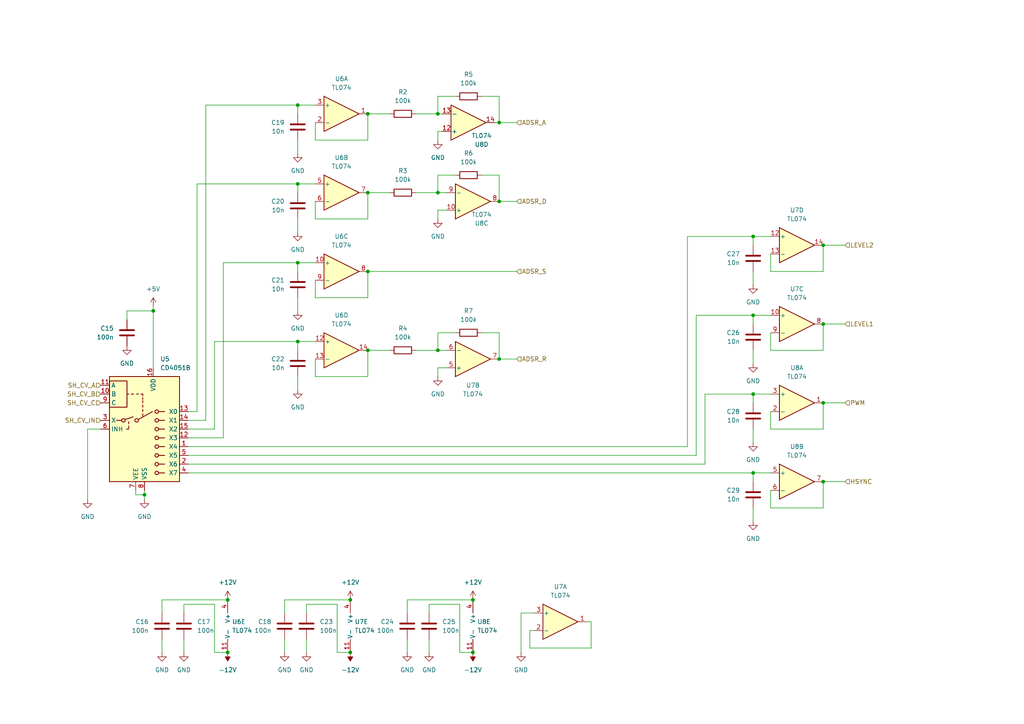
<source format=kicad_sch>
(kicad_sch (version 20230121) (generator eeschema)
  (paper "A4")
  (title_block (title "Polykit-X8 Mainboard") (date "2024-01-14") (rev "v0.0.2") (company "Jan Knipper") (comment 1 "github.com/polykit"))
  (lib_symbols
    (symbol "Amplifier_Operational:TL074" (pin_names (offset 0.127))
      (property "Reference" "U" (at 0 5.08 0))
      (property "Value" "TL074" (at 0 -5.08 0))
      (symbol "TL074_1_1"
        (polyline (pts (xy -5.08 5.08) (xy 5.08 0) (xy -5.08 -5.08) (xy -5.08 5.08)) (stroke (width 0.254)) (fill (type background)))
        (pin output line (at 7.62 0 180) (length 2.54) (name "~") (number "1"))
        (pin input line (at -7.62 -2.54 0) (length 2.54) (name "-") (number "2"))
        (pin input line (at -7.62 2.54 0) (length 2.54) (name "+") (number "3"))
      )
      (symbol "TL074_2_1"
        (polyline (pts (xy -5.08 5.08) (xy 5.08 0) (xy -5.08 -5.08) (xy -5.08 5.08)) (stroke (width 0.254)) (fill (type background)))
        (pin input line (at -7.62 2.54 0) (length 2.54) (name "+") (number "5"))
        (pin input line (at -7.62 -2.54 0) (length 2.54) (name "-") (number "6"))
        (pin output line (at 7.62 0 180) (length 2.54) (name "~") (number "7"))
      )
      (symbol "TL074_3_1"
        (polyline (pts (xy -5.08 5.08) (xy 5.08 0) (xy -5.08 -5.08) (xy -5.08 5.08)) (stroke (width 0.254)) (fill (type background)))
        (pin input line (at -7.62 2.54 0) (length 2.54) (name "+") (number "10"))
        (pin output line (at 7.62 0 180) (length 2.54) (name "~") (number "8"))
        (pin input line (at -7.62 -2.54 0) (length 2.54) (name "-") (number "9"))
      )
      (symbol "TL074_4_1"
        (polyline (pts (xy -5.08 5.08) (xy 5.08 0) (xy -5.08 -5.08) (xy -5.08 5.08)) (stroke (width 0.254)) (fill (type background)))
        (pin input line (at -7.62 2.54 0) (length 2.54) (name "+") (number "12"))
        (pin input line (at -7.62 -2.54 0) (length 2.54) (name "-") (number "13"))
        (pin output line (at 7.62 0 180) (length 2.54) (name "~") (number "14"))
      )
      (symbol "TL074_5_1"
        (pin power_in line (at -2.54 -7.62 90) (length 3.81) (name "V-") (number "11"))
        (pin power_in line (at -2.54 7.62 270) (length 3.81) (name "V+") (number "4"))
      )
    )
    (symbol "Analog_Switch:CD4051B"
      (property "Reference" "U" (at -10.16 16.51 0))
      (property "Value" "CD4051B" (at 3.81 16.51 0))
      (symbol "CD4051B_0_1"
        (rectangle (start -10.16 6.35) (end -5.08 13.97) (stroke (width 0.254)))
        (rectangle (start -10.16 15.24) (end 10.16 -15.24) (stroke (width 0.254)) (fill (type background)))
        (circle (center -6.096 2.54) (radius 0.508) (stroke (width 0.254)))
        (circle (center -2.286 2.54) (radius 0.508) (stroke (width 0.254)))
        (polyline (pts (xy -8.128 2.54) (xy -6.604 2.54)) (stroke (width 0.254)))
        (polyline (pts (xy -5.588 2.794) (xy -3.302 3.556)) (stroke (width 0.254)))
        (polyline (pts (xy -4.572 0) (xy -5.207 0)) (stroke (width 0.254)))
        (polyline (pts (xy -4.572 0.254) (xy -4.572 0.889)) (stroke (width 0.254)))
        (polyline (pts (xy -4.572 1.524) (xy -4.572 2.159)) (stroke (width 0.254)))
        (polyline (pts (xy -4.572 10.16) (xy -5.08 10.16)) (stroke (width 0.254)))
        (polyline (pts (xy -3.81 10.16) (xy -3.175 10.16)) (stroke (width 0.254)))
        (polyline (pts (xy -1.778 2.794) (xy 2.286 5.08)) (stroke (width 0.254)))
        (polyline (pts (xy -1.778 10.16) (xy -2.286 10.16)) (stroke (width 0.254)))
        (polyline (pts (xy -0.508 3.81) (xy -0.508 4.445)) (stroke (width 0.254)))
        (polyline (pts (xy -0.508 5.08) (xy -0.508 5.715)) (stroke (width 0.254)))
        (polyline (pts (xy -0.508 6.35) (xy -0.508 6.985)) (stroke (width 0.254)))
        (polyline (pts (xy -0.508 7.62) (xy -0.508 8.255)) (stroke (width 0.254)))
        (polyline (pts (xy -0.508 8.636) (xy -0.508 9.144)) (stroke (width 0.254)))
        (polyline (pts (xy -0.508 9.652) (xy -0.508 10.16)) (stroke (width 0.254)))
        (polyline (pts (xy -0.508 10.16) (xy -1.016 10.16)) (stroke (width 0.254)))
        (polyline (pts (xy 4.064 -12.7) (xy 5.842 -12.7)) (stroke (width 0.254)))
        (polyline (pts (xy 4.064 -10.16) (xy 5.842 -10.16)) (stroke (width 0.254)))
        (polyline (pts (xy 4.064 -7.62) (xy 5.842 -7.62)) (stroke (width 0.254)))
        (polyline (pts (xy 4.064 -5.08) (xy 5.842 -5.08)) (stroke (width 0.254)))
        (polyline (pts (xy 4.064 -2.54) (xy 5.842 -2.54)) (stroke (width 0.254)))
        (polyline (pts (xy 4.064 0) (xy 5.842 0)) (stroke (width 0.254)))
        (polyline (pts (xy 4.064 2.54) (xy 5.842 2.54)) (stroke (width 0.254)))
        (polyline (pts (xy 4.064 5.08) (xy 5.842 5.08)) (stroke (width 0.254)))
        (circle (center 3.556 -12.7) (radius 0.508) (stroke (width 0.254)))
        (circle (center 3.556 -10.16) (radius 0.508) (stroke (width 0.254)))
        (circle (center 3.556 -7.62) (radius 0.508) (stroke (width 0.254)))
        (circle (center 3.556 -5.08) (radius 0.508) (stroke (width 0.254)))
        (circle (center 3.556 -2.54) (radius 0.508) (stroke (width 0.254)))
        (circle (center 3.556 0) (radius 0.508) (stroke (width 0.254)))
        (circle (center 3.556 2.54) (radius 0.508) (stroke (width 0.254)))
        (circle (center 3.556 5.08) (radius 0.508) (stroke (width 0.254)))
      )
      (symbol "CD4051B_1_1"
        (pin bidirectional line (at 12.7 -5.08 180) (length 2.54) (name "X4") (number "1"))
        (pin input line (at -12.7 10.16 0) (length 2.54) (name "B") (number "10"))
        (pin input line (at -12.7 12.7 0) (length 2.54) (name "A") (number "11"))
        (pin bidirectional line (at 12.7 -2.54 180) (length 2.54) (name "X3") (number "12"))
        (pin bidirectional line (at 12.7 5.08 180) (length 2.54) (name "X0") (number "13"))
        (pin bidirectional line (at 12.7 2.54 180) (length 2.54) (name "X1") (number "14"))
        (pin bidirectional line (at 12.7 0 180) (length 2.54) (name "X2") (number "15"))
        (pin power_in line (at 2.54 17.78 270) (length 2.54) (name "VDD") (number "16"))
        (pin bidirectional line (at 12.7 -10.16 180) (length 2.54) (name "X6") (number "2"))
        (pin bidirectional line (at -12.7 2.54 0) (length 2.54) (name "X") (number "3"))
        (pin bidirectional line (at 12.7 -12.7 180) (length 2.54) (name "X7") (number "4"))
        (pin bidirectional line (at 12.7 -7.62 180) (length 2.54) (name "X5") (number "5"))
        (pin input line (at -12.7 0 0) (length 2.54) (name "INH") (number "6"))
        (pin power_in line (at -2.54 -17.78 90) (length 2.54) (name "VEE") (number "7"))
        (pin power_in line (at 0 -17.78 90) (length 2.54) (name "VSS") (number "8"))
        (pin input line (at -12.7 7.62 0) (length 2.54) (name "C") (number "9"))
      )
    )
    (symbol "Device:C" (pin_numbers hide) (pin_names (offset 0.254))
      (property "Reference" "C" (at 0.635 2.54 0))
      (property "Value" "C" (at 0.635 -2.54 0))
      (symbol "C_0_1"
        (polyline (pts (xy -2.032 -0.762) (xy 2.032 -0.762)) (stroke (width 0.508)))
        (polyline (pts (xy -2.032 0.762) (xy 2.032 0.762)) (stroke (width 0.508)))
      )
      (symbol "C_1_1"
        (pin passive line (at 0 3.81 270) (length 2.794) (name "~") (number "1"))
        (pin passive line (at 0 -3.81 90) (length 2.794) (name "~") (number "2"))
      )
    )
    (symbol "Device:R" (pin_numbers hide) (pin_names (offset 0))
      (property "Reference" "R" (at 2.032 0 90))
      (property "Value" "R" (at 0 0 90))
      (symbol "R_0_1"
        (rectangle (start -1.016 -2.54) (end 1.016 2.54) (stroke (width 0.254)))
      )
      (symbol "R_1_1"
        (pin passive line (at 0 3.81 270) (length 1.27) (name "~") (number "1"))
        (pin passive line (at 0 -3.81 90) (length 1.27) (name "~") (number "2"))
      )
    )
    (symbol "power:+12V" (power) (pin_names (offset 0))
      (property "Value" "+12V" (at 0 3.556 0))
      (symbol "+12V_0_1"
        (polyline (pts (xy -0.762 1.27) (xy 0 2.54)))
        (polyline (pts (xy 0 0) (xy 0 2.54)))
        (polyline (pts (xy 0 2.54) (xy 0.762 1.27)))
      )
      (symbol "+12V_1_1"
        (pin power_in line (at 0 0 90) (length 0) hide (name "+12V") (number "1"))
      )
    )
    (symbol "power:+5V" (power) (pin_names (offset 0))
      (property "Value" "+5V" (at 0 3.556 0))
      (symbol "+5V_0_1"
        (polyline (pts (xy -0.762 1.27) (xy 0 2.54)))
        (polyline (pts (xy 0 0) (xy 0 2.54)))
        (polyline (pts (xy 0 2.54) (xy 0.762 1.27)))
      )
      (symbol "+5V_1_1"
        (pin power_in line (at 0 0 90) (length 0) hide (name "+5V") (number "1"))
      )
    )
    (symbol "power:-12V" (power) (pin_names (offset 0))
      (property "Value" "-12V" (at 0 3.81 0))
      (symbol "-12V_0_0"
        (pin power_in line (at 0 0 90) (length 0) hide (name "-12V") (number "1"))
      )
      (symbol "-12V_0_1"
        (polyline (pts (xy 0 0) (xy 0 1.27) (xy 0.762 1.27) (xy 0 2.54) (xy -0.762 1.27) (xy 0 1.27)) (fill (type outline)))
      )
    )
    (symbol "power:GND" (power) (pin_names (offset 0))
      (property "Value" "GND" (at 0 -3.81 0))
      (symbol "GND_0_1"
        (polyline (pts (xy 0 0) (xy 0 -1.27) (xy 1.27 -1.27) (xy 0 -2.54) (xy -1.27 -1.27) (xy 0 -1.27)))
      )
      (symbol "GND_1_1"
        (pin power_in line (at 0 0 270) (length 0) hide (name "GND") (number "1"))
      )
    )
  )
  (junction (at 144.78 58.42))
  (junction (at 238.76 93.98))
  (junction (at 106.68 55.88))
  (junction (at 238.76 139.7))
  (junction (at 44.45 90.17))
  (junction (at 101.6 173.99))
  (junction (at 41.91 143.51))
  (junction (at 137.16 189.23))
  (junction (at 66.04 173.99))
  (junction (at 218.44 137.16))
  (junction (at 101.6 189.23))
  (junction (at 86.36 53.34))
  (junction (at 106.68 78.74))
  (junction (at 144.78 104.14))
  (junction (at 127 33.02))
  (junction (at 218.44 114.3))
  (junction (at 86.36 99.06))
  (junction (at 218.44 68.58))
  (junction (at 106.68 101.6))
  (junction (at 238.76 71.12))
  (junction (at 86.36 76.2))
  (junction (at 238.76 116.84))
  (junction (at 137.16 173.99))
  (junction (at 106.68 33.02))
  (junction (at 127 55.88))
  (junction (at 144.78 35.56))
  (junction (at 86.36 30.48))
  (junction (at 218.44 91.44))
  (junction (at 127 101.6))
  (junction (at 66.04 189.23))
  (wire (pts (xy 86.36 86.36) (xy 86.36 90.17)))
  (wire (pts (xy 129.54 60.96) (xy 127 60.96)))
  (wire (pts (xy 54.61 124.46) (xy 62.23 124.46)))
  (wire (pts (xy 139.7 96.52) (xy 144.78 96.52)))
  (wire (pts (xy 133.35 189.23) (xy 133.35 175.26)))
  (wire (pts (xy 127 50.8) (xy 132.08 50.8)))
  (wire (pts (xy 223.52 78.74) (xy 238.76 78.74)))
  (wire (pts (xy 59.69 30.48) (xy 59.69 121.92)))
  (wire (pts (xy 64.77 76.2) (xy 86.36 76.2)))
  (wire (pts (xy 39.37 142.24) (xy 39.37 143.51)))
  (wire (pts (xy 201.93 132.08) (xy 201.93 91.44)))
  (wire (pts (xy 82.55 185.42) (xy 82.55 189.23)))
  (wire (pts (xy 153.67 182.88) (xy 154.94 182.88)))
  (wire (pts (xy 144.78 35.56) (xy 149.86 35.56)))
  (wire (pts (xy 133.35 189.23) (xy 137.16 189.23)))
  (wire (pts (xy 106.68 101.6) (xy 113.03 101.6)))
  (wire (pts (xy 127 60.96) (xy 127 63.5)))
  (wire (pts (xy 124.46 175.26) (xy 124.46 177.8)))
  (wire (pts (xy 218.44 114.3) (xy 218.44 116.84)))
  (wire (pts (xy 66.04 173.99) (xy 46.99 173.99)))
  (wire (pts (xy 128.27 38.1) (xy 127 38.1)))
  (wire (pts (xy 118.11 173.99) (xy 118.11 177.8)))
  (wire (pts (xy 238.76 101.6) (xy 238.76 93.98)))
  (wire (pts (xy 53.34 185.42) (xy 53.34 189.23)))
  (wire (pts (xy 91.44 30.48) (xy 86.36 30.48)))
  (wire (pts (xy 91.44 76.2) (xy 86.36 76.2)))
  (wire (pts (xy 88.9 185.42) (xy 88.9 189.23)))
  (wire (pts (xy 204.47 134.62) (xy 204.47 114.3)))
  (wire (pts (xy 106.68 63.5) (xy 106.68 55.88)))
  (wire (pts (xy 62.23 189.23) (xy 62.23 175.26)))
  (wire (pts (xy 57.15 119.38) (xy 54.61 119.38)))
  (wire (pts (xy 101.6 173.99) (xy 82.55 173.99)))
  (wire (pts (xy 218.44 101.6) (xy 218.44 105.41)))
  (wire (pts (xy 41.91 144.78) (xy 41.91 143.51)))
  (wire (pts (xy 127 27.94) (xy 127 33.02)))
  (wire (pts (xy 199.39 68.58) (xy 218.44 68.58)))
  (wire (pts (xy 91.44 86.36) (xy 106.68 86.36)))
  (wire (pts (xy 86.36 63.5) (xy 86.36 67.31)))
  (wire (pts (xy 223.52 137.16) (xy 218.44 137.16)))
  (wire (pts (xy 199.39 68.58) (xy 199.39 129.54)))
  (wire (pts (xy 53.34 175.26) (xy 62.23 175.26)))
  (wire (pts (xy 97.79 189.23) (xy 97.79 175.26)))
  (wire (pts (xy 91.44 99.06) (xy 86.36 99.06)))
  (wire (pts (xy 129.54 106.68) (xy 127 106.68)))
  (wire (pts (xy 86.36 40.64) (xy 86.36 44.45)))
  (wire (pts (xy 91.44 58.42) (xy 91.44 63.5)))
  (wire (pts (xy 97.79 189.23) (xy 101.6 189.23)))
  (wire (pts (xy 62.23 99.06) (xy 86.36 99.06)))
  (wire (pts (xy 44.45 90.17) (xy 44.45 106.68)))
  (wire (pts (xy 120.65 55.88) (xy 127 55.88)))
  (wire (pts (xy 223.52 96.52) (xy 223.52 101.6)))
  (wire (pts (xy 151.13 177.8) (xy 151.13 189.23)))
  (wire (pts (xy 86.36 99.06) (xy 86.36 101.6)))
  (wire (pts (xy 144.78 35.56) (xy 143.51 35.56)))
  (wire (pts (xy 127 96.52) (xy 132.08 96.52)))
  (wire (pts (xy 91.44 109.22) (xy 106.68 109.22)))
  (wire (pts (xy 223.52 101.6) (xy 238.76 101.6)))
  (wire (pts (xy 223.52 114.3) (xy 218.44 114.3)))
  (wire (pts (xy 54.61 134.62) (xy 204.47 134.62)))
  (wire (pts (xy 223.52 91.44) (xy 218.44 91.44)))
  (wire (pts (xy 238.76 124.46) (xy 238.76 116.84)))
  (wire (pts (xy 238.76 139.7) (xy 245.11 139.7)))
  (wire (pts (xy 106.68 33.02) (xy 113.03 33.02)))
  (wire (pts (xy 36.83 90.17) (xy 36.83 92.71)))
  (wire (pts (xy 54.61 137.16) (xy 218.44 137.16)))
  (wire (pts (xy 44.45 90.17) (xy 36.83 90.17)))
  (wire (pts (xy 127 38.1) (xy 127 40.64)))
  (wire (pts (xy 91.44 104.14) (xy 91.44 109.22)))
  (wire (pts (xy 88.9 175.26) (xy 97.79 175.26)))
  (wire (pts (xy 91.44 81.28) (xy 91.44 86.36)))
  (wire (pts (xy 91.44 53.34) (xy 86.36 53.34)))
  (wire (pts (xy 127 96.52) (xy 127 101.6)))
  (wire (pts (xy 144.78 50.8) (xy 144.78 58.42)))
  (wire (pts (xy 86.36 30.48) (xy 86.36 33.02)))
  (wire (pts (xy 223.52 124.46) (xy 238.76 124.46)))
  (wire (pts (xy 106.68 55.88) (xy 113.03 55.88)))
  (wire (pts (xy 144.78 58.42) (xy 149.86 58.42)))
  (wire (pts (xy 139.7 27.94) (xy 144.78 27.94)))
  (wire (pts (xy 144.78 96.52) (xy 144.78 104.14)))
  (wire (pts (xy 106.68 109.22) (xy 106.68 101.6)))
  (wire (pts (xy 238.76 71.12) (xy 245.11 71.12)))
  (wire (pts (xy 57.15 119.38) (xy 57.15 53.34)))
  (wire (pts (xy 29.21 124.46) (xy 25.4 124.46)))
  (wire (pts (xy 144.78 104.14) (xy 149.86 104.14)))
  (wire (pts (xy 54.61 127) (xy 64.77 127)))
  (wire (pts (xy 91.44 40.64) (xy 106.68 40.64)))
  (wire (pts (xy 218.44 68.58) (xy 218.44 71.12)))
  (wire (pts (xy 91.44 63.5) (xy 106.68 63.5)))
  (wire (pts (xy 218.44 147.32) (xy 218.44 151.13)))
  (wire (pts (xy 127 27.94) (xy 132.08 27.94)))
  (wire (pts (xy 64.77 127) (xy 64.77 76.2)))
  (wire (pts (xy 106.68 86.36) (xy 106.68 78.74)))
  (wire (pts (xy 127 50.8) (xy 127 55.88)))
  (wire (pts (xy 118.11 185.42) (xy 118.11 189.23)))
  (wire (pts (xy 127 106.68) (xy 127 109.22)))
  (wire (pts (xy 41.91 143.51) (xy 41.91 142.24)))
  (wire (pts (xy 223.52 119.38) (xy 223.52 124.46)))
  (wire (pts (xy 204.47 114.3) (xy 218.44 114.3)))
  (wire (pts (xy 144.78 27.94) (xy 144.78 35.56)))
  (wire (pts (xy 39.37 143.51) (xy 41.91 143.51)))
  (wire (pts (xy 218.44 91.44) (xy 218.44 93.98)))
  (wire (pts (xy 218.44 137.16) (xy 218.44 139.7)))
  (wire (pts (xy 170.18 180.34) (xy 171.45 180.34)))
  (wire (pts (xy 127 55.88) (xy 129.54 55.88)))
  (wire (pts (xy 223.52 68.58) (xy 218.44 68.58)))
  (wire (pts (xy 238.76 78.74) (xy 238.76 71.12)))
  (wire (pts (xy 46.99 185.42) (xy 46.99 189.23)))
  (wire (pts (xy 127 33.02) (xy 128.27 33.02)))
  (wire (pts (xy 223.52 142.24) (xy 223.52 147.32)))
  (wire (pts (xy 124.46 175.26) (xy 133.35 175.26)))
  (wire (pts (xy 82.55 173.99) (xy 82.55 177.8)))
  (wire (pts (xy 25.4 124.46) (xy 25.4 144.78)))
  (wire (pts (xy 223.52 73.66) (xy 223.52 78.74)))
  (wire (pts (xy 53.34 175.26) (xy 53.34 177.8)))
  (wire (pts (xy 86.36 109.22) (xy 86.36 113.03)))
  (wire (pts (xy 46.99 173.99) (xy 46.99 177.8)))
  (wire (pts (xy 54.61 129.54) (xy 199.39 129.54)))
  (wire (pts (xy 124.46 185.42) (xy 124.46 189.23)))
  (wire (pts (xy 171.45 180.34) (xy 171.45 187.96)))
  (wire (pts (xy 120.65 33.02) (xy 127 33.02)))
  (wire (pts (xy 127 101.6) (xy 129.54 101.6)))
  (wire (pts (xy 139.7 50.8) (xy 144.78 50.8)))
  (wire (pts (xy 137.16 173.99) (xy 118.11 173.99)))
  (wire (pts (xy 62.23 124.46) (xy 62.23 99.06)))
  (wire (pts (xy 238.76 147.32) (xy 238.76 139.7)))
  (wire (pts (xy 44.45 88.9) (xy 44.45 90.17)))
  (wire (pts (xy 201.93 91.44) (xy 218.44 91.44)))
  (wire (pts (xy 59.69 30.48) (xy 86.36 30.48)))
  (wire (pts (xy 120.65 101.6) (xy 127 101.6)))
  (wire (pts (xy 154.94 177.8) (xy 151.13 177.8)))
  (wire (pts (xy 106.68 40.64) (xy 106.68 33.02)))
  (wire (pts (xy 62.23 189.23) (xy 66.04 189.23)))
  (wire (pts (xy 223.52 147.32) (xy 238.76 147.32)))
  (wire (pts (xy 54.61 121.92) (xy 59.69 121.92)))
  (wire (pts (xy 88.9 175.26) (xy 88.9 177.8)))
  (wire (pts (xy 86.36 53.34) (xy 86.36 55.88)))
  (wire (pts (xy 91.44 35.56) (xy 91.44 40.64)))
  (wire (pts (xy 153.67 187.96) (xy 153.67 182.88)))
  (wire (pts (xy 86.36 76.2) (xy 86.36 78.74)))
  (wire (pts (xy 238.76 93.98) (xy 245.11 93.98)))
  (wire (pts (xy 106.68 78.74) (xy 149.86 78.74)))
  (wire (pts (xy 57.15 53.34) (xy 86.36 53.34)))
  (wire (pts (xy 171.45 187.96) (xy 153.67 187.96)))
  (wire (pts (xy 238.76 116.84) (xy 245.11 116.84)))
  (wire (pts (xy 218.44 78.74) (xy 218.44 82.55)))
  (wire (pts (xy 218.44 124.46) (xy 218.44 128.27)))
  (wire (pts (xy 54.61 132.08) (xy 201.93 132.08)))
  (hierarchical_label "LEVEL1" (shape input) (at 245.11 93.98 0))
  (hierarchical_label "PWM" (shape input) (at 245.11 116.84 0))
  (hierarchical_label "SH_CV_A" (shape input) (at 29.21 111.76 180))
  (hierarchical_label "SH_CV_C" (shape input) (at 29.21 116.84 180))
  (hierarchical_label "ADSR_S" (shape input) (at 149.86 78.74 0))
  (hierarchical_label "ADSR_D" (shape input) (at 149.86 58.42 0))
  (hierarchical_label "ADSR_A" (shape input) (at 149.86 35.56 0))
  (hierarchical_label "ADSR_R" (shape input) (at 149.86 104.14 0))
  (hierarchical_label "SH_CV_IN" (shape input) (at 29.21 121.92 180))
  (hierarchical_label "LEVEL2" (shape input) (at 245.11 71.12 0))
  (hierarchical_label "SH_CV_B" (shape input) (at 29.21 114.3 180))
  (hierarchical_label "HSYNC" (shape input) (at 245.11 139.7 0))
  (symbol (lib_id "power:-12V") (at 66.04 189.23 180) (unit 1)
    (property "Reference" "#PWR037" (effects hide))
    (property "Value" "-12V" (at 66.04 194.31 0))
  )
  (symbol (lib_id "Device:C") (at 46.99 181.61 0) (unit 1)
    (property "Reference" "C16" (at 43.18 180.3399 0) (effects (justify right)))
    (property "Value" "100n" (at 43.18 182.8799 0) (effects (justify right)))
    (property "Footprint" "Capacitor_SMD:C_1206_3216Metric_Pad1.33x1.80mm_HandSolder" (effects hide))
  )
  (symbol (lib_id "Device:R") (at 116.84 101.6 90) (unit 1)
    (property "Reference" "R4" (at 116.84 95.25 90))
    (property "Value" "100k" (at 116.84 97.79 90))
    (property "Footprint" "Resistor_SMD:R_1206_3216Metric_Pad1.30x1.75mm_HandSolder" (effects hide))
  )
  (symbol (lib_id "Amplifier_Operational:TL074") (at 231.14 139.7 0) (unit 2)
    (property "Reference" "U8" (at 231.14 129.54 0))
    (property "Value" "TL074" (at 231.14 132.08 0))
    (property "Footprint" "Package_SO:SO-14_3.9x8.65mm_P1.27mm" (effects hide))
    (property "Datasheet" "http://www.ti.com/lit/ds/symlink/tl071.pdf" (effects hide))
  )
  (symbol (lib_id "Device:C") (at 86.36 105.41 0) (unit 1)
    (property "Reference" "C22" (at 82.55 104.1399 0) (effects (justify right)))
    (property "Value" "10n" (at 82.55 106.6799 0) (effects (justify right)))
    (property "Footprint" "Capacitor_SMD:C_1206_3216Metric_Pad1.33x1.80mm_HandSolder" (effects hide))
  )
  (symbol (lib_id "power:GND") (at 218.44 128.27 0) (unit 1)
    (property "Reference" "#PWR056" (effects hide))
    (property "Value" "GND" (at 218.44 133.35 0))
  )
  (symbol (lib_id "power:GND") (at 151.13 189.23 0) (unit 1)
    (property "Reference" "#PWR053" (effects hide))
    (property "Value" "GND" (at 151.13 194.31 0))
  )
  (symbol (lib_id "power:GND") (at 218.44 82.55 0) (unit 1)
    (property "Reference" "#PWR055" (effects hide))
    (property "Value" "GND" (at 218.44 87.63 0))
  )
  (symbol (lib_id "Device:C") (at 218.44 143.51 0) (unit 1)
    (property "Reference" "C29" (at 214.63 142.2399 0) (effects (justify right)))
    (property "Value" "10n" (at 214.63 144.7799 0) (effects (justify right)))
    (property "Footprint" "Capacitor_SMD:C_1206_3216Metric_Pad1.33x1.80mm_HandSolder" (effects hide))
  )
  (symbol (lib_id "power:GND") (at 25.4 144.78 0) (unit 1)
    (property "Reference" "#PWR0217" (effects hide))
    (property "Value" "GND" (at 25.4 149.86 0))
  )
  (symbol (lib_id "Amplifier_Operational:TL074") (at 139.7 181.61 0) (unit 5)
    (property "Reference" "U8" (at 138.43 180.3399 0) (effects (justify left)))
    (property "Value" "TL074" (at 138.43 182.8799 0) (effects (justify left)))
    (property "Footprint" "Package_SO:SO-14_3.9x8.65mm_P1.27mm" (effects hide))
    (property "Datasheet" "http://www.ti.com/lit/ds/symlink/tl071.pdf" (effects hide))
  )
  (symbol (lib_id "power:GND") (at 127 63.5 0) (unit 1)
    (property "Reference" "#PWR049" (effects hide))
    (property "Value" "GND" (at 127 68.58 0))
  )
  (symbol (lib_id "power:GND") (at 86.36 44.45 0) (unit 1)
    (property "Reference" "#PWR039" (effects hide))
    (property "Value" "GND" (at 86.36 49.53 0))
  )
  (symbol (lib_id "Device:C") (at 86.36 36.83 0) (unit 1)
    (property "Reference" "C19" (at 82.55 35.5599 0) (effects (justify right)))
    (property "Value" "10n" (at 82.55 38.0999 0) (effects (justify right)))
    (property "Footprint" "Capacitor_SMD:C_1206_3216Metric_Pad1.33x1.80mm_HandSolder" (effects hide))
  )
  (symbol (lib_id "power:GND") (at 218.44 105.41 0) (unit 1)
    (property "Reference" "#PWR054" (effects hide))
    (property "Value" "GND" (at 218.44 110.49 0))
  )
  (symbol (lib_id "Amplifier_Operational:TL074") (at 99.06 101.6 0) (unit 4)
    (property "Reference" "U6" (at 99.06 91.44 0))
    (property "Value" "TL074" (at 99.06 93.98 0))
    (property "Footprint" "Package_SO:SO-14_3.9x8.65mm_P1.27mm" (effects hide))
    (property "Datasheet" "http://www.ti.com/lit/ds/symlink/tl071.pdf" (effects hide))
  )
  (symbol (lib_id "power:+12V") (at 137.16 173.99 0) (unit 1)
    (property "Reference" "#PWR051" (effects hide))
    (property "Value" "+12V" (at 137.16 168.91 0))
  )
  (symbol (lib_id "power:GND") (at 41.91 144.78 0) (unit 1)
    (property "Reference" "#PWR032" (effects hide))
    (property "Value" "GND" (at 41.91 149.86 0))
  )
  (symbol (lib_id "Device:C") (at 218.44 120.65 0) (unit 1)
    (property "Reference" "C28" (at 214.63 119.3799 0) (effects (justify right)))
    (property "Value" "10n" (at 214.63 121.9199 0) (effects (justify right)))
    (property "Footprint" "Capacitor_SMD:C_1206_3216Metric_Pad1.33x1.80mm_HandSolder" (effects hide))
  )
  (symbol (lib_id "power:GND") (at 118.11 189.23 0) (unit 1)
    (property "Reference" "#PWR046" (effects hide))
    (property "Value" "GND" (at 118.11 194.31 0))
  )
  (symbol (lib_id "Amplifier_Operational:TL074") (at 137.16 58.42 0) (mirror x) (unit 3)
    (property "Reference" "U8" (at 139.7 64.77 0))
    (property "Value" "TL074" (at 139.7 62.23 0))
    (property "Footprint" "Package_SO:SO-14_3.9x8.65mm_P1.27mm" (effects hide))
    (property "Datasheet" "http://www.ti.com/lit/ds/symlink/tl071.pdf" (effects hide))
  )
  (symbol (lib_id "Analog_Switch:CD4051B") (at 41.91 124.46 0) (unit 1)
    (property "Reference" "U5" (at 46.4694 104.14 0) (effects (justify left)))
    (property "Value" "CD4051B" (at 46.4694 106.68 0) (effects (justify left)))
    (property "Footprint" "Package_SO:SO-16_5.3x10.2mm_P1.27mm" (effects hide))
    (property "Datasheet" "http://www.ti.com/lit/ds/symlink/cd4052b.pdf" (effects hide))
  )
  (symbol (lib_id "Amplifier_Operational:TL074") (at 231.14 116.84 0) (unit 1)
    (property "Reference" "U8" (at 231.14 106.68 0))
    (property "Value" "TL074" (at 231.14 109.22 0))
    (property "Footprint" "Package_SO:SO-14_3.9x8.65mm_P1.27mm" (effects hide))
    (property "Datasheet" "http://www.ti.com/lit/ds/symlink/tl071.pdf" (effects hide))
  )
  (symbol (lib_id "Device:C") (at 118.11 181.61 0) (unit 1)
    (property "Reference" "C24" (at 114.3 180.3399 0) (effects (justify right)))
    (property "Value" "100n" (at 114.3 182.8799 0) (effects (justify right)))
    (property "Footprint" "Capacitor_SMD:C_1206_3216Metric_Pad1.33x1.80mm_HandSolder" (effects hide))
  )
  (symbol (lib_id "Device:C") (at 86.36 82.55 0) (unit 1)
    (property "Reference" "C21" (at 82.55 81.2799 0) (effects (justify right)))
    (property "Value" "10n" (at 82.55 83.8199 0) (effects (justify right)))
    (property "Footprint" "Capacitor_SMD:C_1206_3216Metric_Pad1.33x1.80mm_HandSolder" (effects hide))
  )
  (symbol (lib_id "power:GND") (at 82.55 189.23 0) (unit 1)
    (property "Reference" "#PWR038" (effects hide))
    (property "Value" "GND" (at 82.55 194.31 0))
  )
  (symbol (lib_id "Device:R") (at 135.89 27.94 90) (unit 1)
    (property "Reference" "R5" (at 135.89 21.59 90))
    (property "Value" "100k" (at 135.89 24.13 90))
    (property "Footprint" "Resistor_SMD:R_1206_3216Metric_Pad1.30x1.75mm_HandSolder" (effects hide))
  )
  (symbol (lib_id "Device:C") (at 86.36 59.69 0) (unit 1)
    (property "Reference" "C20" (at 82.55 58.4199 0) (effects (justify right)))
    (property "Value" "10n" (at 82.55 60.9599 0) (effects (justify right)))
    (property "Footprint" "Capacitor_SMD:C_1206_3216Metric_Pad1.33x1.80mm_HandSolder" (effects hide))
  )
  (symbol (lib_id "Device:R") (at 135.89 50.8 90) (unit 1)
    (property "Reference" "R6" (at 135.89 44.45 90))
    (property "Value" "100k" (at 135.89 46.99 90))
    (property "Footprint" "Resistor_SMD:R_1206_3216Metric_Pad1.30x1.75mm_HandSolder" (effects hide))
  )
  (symbol (lib_id "Device:C") (at 36.83 96.52 0) (unit 1)
    (property "Reference" "C15" (at 33.02 95.2499 0) (effects (justify right)))
    (property "Value" "100n" (at 33.02 97.7899 0) (effects (justify right)))
    (property "Footprint" "Capacitor_SMD:C_1206_3216Metric_Pad1.33x1.80mm_HandSolder" (effects hide))
  )
  (symbol (lib_id "power:+12V") (at 101.6 173.99 0) (unit 1)
    (property "Reference" "#PWR044" (effects hide))
    (property "Value" "+12V" (at 101.6 168.91 0))
  )
  (symbol (lib_id "Device:C") (at 218.44 97.79 0) (unit 1)
    (property "Reference" "C26" (at 214.63 96.5199 0) (effects (justify right)))
    (property "Value" "10n" (at 214.63 99.0599 0) (effects (justify right)))
    (property "Footprint" "Capacitor_SMD:C_1206_3216Metric_Pad1.33x1.80mm_HandSolder" (effects hide))
  )
  (symbol (lib_id "Amplifier_Operational:TL074") (at 99.06 33.02 0) (unit 1)
    (property "Reference" "U6" (at 99.06 22.86 0))
    (property "Value" "TL074" (at 99.06 25.4 0))
    (property "Footprint" "Package_SO:SO-14_3.9x8.65mm_P1.27mm" (effects hide))
    (property "Datasheet" "http://www.ti.com/lit/ds/symlink/tl071.pdf" (effects hide))
  )
  (symbol (lib_id "Amplifier_Operational:TL074") (at 231.14 71.12 0) (unit 4)
    (property "Reference" "U7" (at 231.14 60.96 0))
    (property "Value" "TL074" (at 231.14 63.5 0))
    (property "Footprint" "Package_SO:SO-14_3.9x8.65mm_P1.27mm" (effects hide))
    (property "Datasheet" "http://www.ti.com/lit/ds/symlink/tl071.pdf" (effects hide))
  )
  (symbol (lib_id "power:+5V") (at 44.45 88.9 0) (unit 1)
    (property "Reference" "#PWR033" (effects hide))
    (property "Value" "+5V" (at 44.45 83.82 0))
  )
  (symbol (lib_id "power:GND") (at 88.9 189.23 0) (unit 1)
    (property "Reference" "#PWR043" (effects hide))
    (property "Value" "GND" (at 88.9 194.31 0))
  )
  (symbol (lib_id "Device:C") (at 53.34 181.61 0) (unit 1)
    (property "Reference" "C17" (at 57.15 180.3399 0) (effects (justify left)))
    (property "Value" "100n" (at 57.15 182.8799 0) (effects (justify left)))
    (property "Footprint" "Capacitor_SMD:C_1206_3216Metric_Pad1.33x1.80mm_HandSolder" (effects hide))
  )
  (symbol (lib_id "Amplifier_Operational:TL074") (at 231.14 93.98 0) (unit 3)
    (property "Reference" "U7" (at 231.14 83.82 0))
    (property "Value" "TL074" (at 231.14 86.36 0))
    (property "Footprint" "Package_SO:SO-14_3.9x8.65mm_P1.27mm" (effects hide))
    (property "Datasheet" "http://www.ti.com/lit/ds/symlink/tl071.pdf" (effects hide))
  )
  (symbol (lib_id "Device:C") (at 124.46 181.61 0) (unit 1)
    (property "Reference" "C25" (at 128.27 180.3399 0) (effects (justify left)))
    (property "Value" "100n" (at 128.27 182.8799 0) (effects (justify left)))
    (property "Footprint" "Capacitor_SMD:C_1206_3216Metric_Pad1.33x1.80mm_HandSolder" (effects hide))
  )
  (symbol (lib_id "Device:C") (at 82.55 181.61 0) (unit 1)
    (property "Reference" "C18" (at 78.74 180.3399 0) (effects (justify right)))
    (property "Value" "100n" (at 78.74 182.8799 0) (effects (justify right)))
    (property "Footprint" "Capacitor_SMD:C_1206_3216Metric_Pad1.33x1.80mm_HandSolder" (effects hide))
  )
  (symbol (lib_id "Device:R") (at 116.84 33.02 90) (unit 1)
    (property "Reference" "R2" (at 116.84 26.67 90))
    (property "Value" "100k" (at 116.84 29.21 90))
    (property "Footprint" "Resistor_SMD:R_1206_3216Metric_Pad1.30x1.75mm_HandSolder" (effects hide))
  )
  (symbol (lib_id "power:GND") (at 86.36 67.31 0) (unit 1)
    (property "Reference" "#PWR040" (effects hide))
    (property "Value" "GND" (at 86.36 72.39 0))
  )
  (symbol (lib_id "power:-12V") (at 137.16 189.23 180) (unit 1)
    (property "Reference" "#PWR052" (effects hide))
    (property "Value" "-12V" (at 137.16 194.31 0))
  )
  (symbol (lib_id "power:GND") (at 127 109.22 0) (unit 1)
    (property "Reference" "#PWR050" (effects hide))
    (property "Value" "GND" (at 127 114.3 0))
  )
  (symbol (lib_id "power:GND") (at 86.36 90.17 0) (unit 1)
    (property "Reference" "#PWR041" (effects hide))
    (property "Value" "GND" (at 86.36 95.25 0))
  )
  (symbol (lib_id "power:GND") (at 36.83 100.33 0) (unit 1)
    (property "Reference" "#PWR031" (effects hide))
    (property "Value" "GND" (at 36.83 105.41 0))
  )
  (symbol (lib_id "power:GND") (at 46.99 189.23 0) (unit 1)
    (property "Reference" "#PWR034" (effects hide))
    (property "Value" "GND" (at 46.99 194.31 0))
  )
  (symbol (lib_id "Device:R") (at 116.84 55.88 90) (unit 1)
    (property "Reference" "R3" (at 116.84 49.53 90))
    (property "Value" "100k" (at 116.84 52.07 90))
    (property "Footprint" "Resistor_SMD:R_1206_3216Metric_Pad1.30x1.75mm_HandSolder" (effects hide))
  )
  (symbol (lib_id "power:GND") (at 53.34 189.23 0) (unit 1)
    (property "Reference" "#PWR035" (effects hide))
    (property "Value" "GND" (at 53.34 194.31 0))
  )
  (symbol (lib_id "power:-12V") (at 101.6 189.23 180) (unit 1)
    (property "Reference" "#PWR045" (effects hide))
    (property "Value" "-12V" (at 101.6 194.31 0))
  )
  (symbol (lib_id "power:GND") (at 124.46 189.23 0) (unit 1)
    (property "Reference" "#PWR047" (effects hide))
    (property "Value" "GND" (at 124.46 194.31 0))
  )
  (symbol (lib_id "Amplifier_Operational:TL074") (at 104.14 181.61 0) (unit 5)
    (property "Reference" "U7" (at 102.87 180.3399 0) (effects (justify left)))
    (property "Value" "TL074" (at 102.87 182.8799 0) (effects (justify left)))
    (property "Footprint" "Package_SO:SO-14_3.9x8.65mm_P1.27mm" (effects hide))
    (property "Datasheet" "http://www.ti.com/lit/ds/symlink/tl071.pdf" (effects hide))
  )
  (symbol (lib_id "power:+12V") (at 66.04 173.99 0) (unit 1)
    (property "Reference" "#PWR036" (effects hide))
    (property "Value" "+12V" (at 66.04 168.91 0))
  )
  (symbol (lib_id "Amplifier_Operational:TL074") (at 135.89 35.56 0) (mirror x) (unit 4)
    (property "Reference" "U8" (at 139.7 41.91 0))
    (property "Value" "TL074" (at 139.7 39.37 0))
    (property "Footprint" "Package_SO:SO-14_3.9x8.65mm_P1.27mm" (effects hide))
    (property "Datasheet" "http://www.ti.com/lit/ds/symlink/tl071.pdf" (effects hide))
  )
  (symbol (lib_id "Device:C") (at 88.9 181.61 0) (unit 1)
    (property "Reference" "C23" (at 92.71 180.3399 0) (effects (justify left)))
    (property "Value" "100n" (at 92.71 182.8799 0) (effects (justify left)))
    (property "Footprint" "Capacitor_SMD:C_1206_3216Metric_Pad1.33x1.80mm_HandSolder" (effects hide))
  )
  (symbol (lib_id "Amplifier_Operational:TL074") (at 99.06 78.74 0) (unit 3)
    (property "Reference" "U6" (at 99.06 68.58 0))
    (property "Value" "TL074" (at 99.06 71.12 0))
    (property "Footprint" "Package_SO:SO-14_3.9x8.65mm_P1.27mm" (effects hide))
    (property "Datasheet" "http://www.ti.com/lit/ds/symlink/tl071.pdf" (effects hide))
  )
  (symbol (lib_id "power:GND") (at 86.36 113.03 0) (unit 1)
    (property "Reference" "#PWR042" (effects hide))
    (property "Value" "GND" (at 86.36 118.11 0))
  )
  (symbol (lib_id "Amplifier_Operational:TL074") (at 68.58 181.61 0) (unit 5)
    (property "Reference" "U6" (at 67.31 180.3399 0) (effects (justify left)))
    (property "Value" "TL074" (at 67.31 182.8799 0) (effects (justify left)))
    (property "Footprint" "Package_SO:SO-14_3.9x8.65mm_P1.27mm" (effects hide))
    (property "Datasheet" "http://www.ti.com/lit/ds/symlink/tl071.pdf" (effects hide))
  )
  (symbol (lib_id "Amplifier_Operational:TL074") (at 99.06 55.88 0) (unit 2)
    (property "Reference" "U6" (at 99.06 45.72 0))
    (property "Value" "TL074" (at 99.06 48.26 0))
    (property "Footprint" "Package_SO:SO-14_3.9x8.65mm_P1.27mm" (effects hide))
    (property "Datasheet" "http://www.ti.com/lit/ds/symlink/tl071.pdf" (effects hide))
  )
  (symbol (lib_id "power:GND") (at 127 40.64 0) (unit 1)
    (property "Reference" "#PWR048" (effects hide))
    (property "Value" "GND" (at 127 45.72 0))
  )
  (symbol (lib_id "Device:R") (at 135.89 96.52 90) (unit 1)
    (property "Reference" "R7" (at 135.89 90.17 90))
    (property "Value" "100k" (at 135.89 92.71 90))
    (property "Footprint" "Resistor_SMD:R_1206_3216Metric_Pad1.30x1.75mm_HandSolder" (effects hide))
  )
  (symbol (lib_id "Device:C") (at 218.44 74.93 0) (unit 1)
    (property "Reference" "C27" (at 214.63 73.6599 0) (effects (justify right)))
    (property "Value" "10n" (at 214.63 76.1999 0) (effects (justify right)))
    (property "Footprint" "Capacitor_SMD:C_1206_3216Metric_Pad1.33x1.80mm_HandSolder" (effects hide))
  )
  (symbol (lib_id "Amplifier_Operational:TL074") (at 162.56 180.34 0) (unit 1)
    (property "Reference" "U7" (at 162.56 170.18 0))
    (property "Value" "TL074" (at 162.56 172.72 0))
    (property "Footprint" "Package_SO:SO-14_3.9x8.65mm_P1.27mm" (effects hide))
    (property "Datasheet" "http://www.ti.com/lit/ds/symlink/tl071.pdf" (effects hide))
  )
  (symbol (lib_id "power:GND") (at 218.44 151.13 0) (unit 1)
    (property "Reference" "#PWR057" (effects hide))
    (property "Value" "GND" (at 218.44 156.21 0))
  )
  (symbol (lib_id "Amplifier_Operational:TL074") (at 137.16 104.14 0) (mirror x) (unit 2)
    (property "Reference" "U7" (at 137.16 111.76 0))
    (property "Value" "TL074" (at 137.16 114.3 0))
    (property "Footprint" "Package_SO:SO-14_3.9x8.65mm_P1.27mm" (effects hide))
    (property "Datasheet" "http://www.ti.com/lit/ds/symlink/tl071.pdf" (effects hide))
  )
)
</source>
